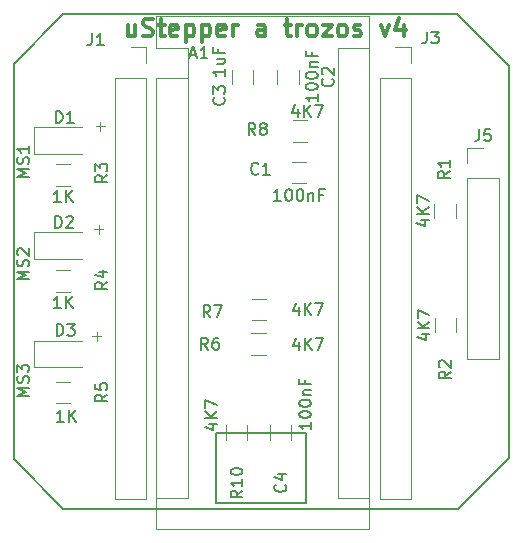
<source format=gbr>
G04 #@! TF.GenerationSoftware,KiCad,Pcbnew,5.0.2-bee76a0~70~ubuntu18.04.1*
G04 #@! TF.CreationDate,2019-01-29T19:41:14+01:00*
G04 #@! TF.ProjectId,ustepper_41_nano,75737465-7070-4657-925f-34315f6e616e,rev?*
G04 #@! TF.SameCoordinates,Original*
G04 #@! TF.FileFunction,Legend,Top*
G04 #@! TF.FilePolarity,Positive*
%FSLAX46Y46*%
G04 Gerber Fmt 4.6, Leading zero omitted, Abs format (unit mm)*
G04 Created by KiCad (PCBNEW 5.0.2-bee76a0~70~ubuntu18.04.1) date mar 29 ene 2019 19:41:14 CET*
%MOMM*%
%LPD*%
G01*
G04 APERTURE LIST*
%ADD10C,0.100000*%
%ADD11C,0.200000*%
%ADD12C,0.300000*%
%ADD13C,0.120000*%
%ADD14C,0.150000*%
G04 APERTURE END LIST*
D10*
X128056247Y-75586528D02*
X128818152Y-75586528D01*
X128437200Y-75967480D02*
X128437200Y-75205576D01*
X128208647Y-66531428D02*
X128970552Y-66531428D01*
X128589600Y-66912380D02*
X128589600Y-66150476D01*
X128348347Y-57806528D02*
X129110252Y-57806528D01*
X128729300Y-58187480D02*
X128729300Y-57425576D01*
D11*
X138546400Y-83752320D02*
X146115600Y-83752320D01*
X146115600Y-89746720D02*
X138546400Y-89746720D01*
X146115600Y-83752320D02*
X146115600Y-89746720D01*
X138546400Y-89746720D02*
X138546400Y-83752320D01*
D12*
X131696451Y-49201851D02*
X131696451Y-50201851D01*
X131053594Y-49201851D02*
X131053594Y-49987565D01*
X131125022Y-50130422D01*
X131267880Y-50201851D01*
X131482165Y-50201851D01*
X131625022Y-50130422D01*
X131696451Y-50058994D01*
X132339308Y-50130422D02*
X132553594Y-50201851D01*
X132910737Y-50201851D01*
X133053594Y-50130422D01*
X133125022Y-50058994D01*
X133196451Y-49916137D01*
X133196451Y-49773280D01*
X133125022Y-49630422D01*
X133053594Y-49558994D01*
X132910737Y-49487565D01*
X132625022Y-49416137D01*
X132482165Y-49344708D01*
X132410737Y-49273280D01*
X132339308Y-49130422D01*
X132339308Y-48987565D01*
X132410737Y-48844708D01*
X132482165Y-48773280D01*
X132625022Y-48701851D01*
X132982165Y-48701851D01*
X133196451Y-48773280D01*
X133625022Y-49201851D02*
X134196451Y-49201851D01*
X133839308Y-48701851D02*
X133839308Y-49987565D01*
X133910737Y-50130422D01*
X134053594Y-50201851D01*
X134196451Y-50201851D01*
X135267880Y-50130422D02*
X135125022Y-50201851D01*
X134839308Y-50201851D01*
X134696451Y-50130422D01*
X134625022Y-49987565D01*
X134625022Y-49416137D01*
X134696451Y-49273280D01*
X134839308Y-49201851D01*
X135125022Y-49201851D01*
X135267880Y-49273280D01*
X135339308Y-49416137D01*
X135339308Y-49558994D01*
X134625022Y-49701851D01*
X135982165Y-49201851D02*
X135982165Y-50701851D01*
X135982165Y-49273280D02*
X136125022Y-49201851D01*
X136410737Y-49201851D01*
X136553594Y-49273280D01*
X136625022Y-49344708D01*
X136696451Y-49487565D01*
X136696451Y-49916137D01*
X136625022Y-50058994D01*
X136553594Y-50130422D01*
X136410737Y-50201851D01*
X136125022Y-50201851D01*
X135982165Y-50130422D01*
X137339308Y-49201851D02*
X137339308Y-50701851D01*
X137339308Y-49273280D02*
X137482165Y-49201851D01*
X137767880Y-49201851D01*
X137910737Y-49273280D01*
X137982165Y-49344708D01*
X138053594Y-49487565D01*
X138053594Y-49916137D01*
X137982165Y-50058994D01*
X137910737Y-50130422D01*
X137767880Y-50201851D01*
X137482165Y-50201851D01*
X137339308Y-50130422D01*
X139267880Y-50130422D02*
X139125022Y-50201851D01*
X138839308Y-50201851D01*
X138696451Y-50130422D01*
X138625022Y-49987565D01*
X138625022Y-49416137D01*
X138696451Y-49273280D01*
X138839308Y-49201851D01*
X139125022Y-49201851D01*
X139267880Y-49273280D01*
X139339308Y-49416137D01*
X139339308Y-49558994D01*
X138625022Y-49701851D01*
X139982165Y-50201851D02*
X139982165Y-49201851D01*
X139982165Y-49487565D02*
X140053594Y-49344708D01*
X140125022Y-49273280D01*
X140267880Y-49201851D01*
X140410737Y-49201851D01*
X142696451Y-50201851D02*
X142696451Y-49416137D01*
X142625022Y-49273280D01*
X142482165Y-49201851D01*
X142196451Y-49201851D01*
X142053594Y-49273280D01*
X142696451Y-50130422D02*
X142553594Y-50201851D01*
X142196451Y-50201851D01*
X142053594Y-50130422D01*
X141982165Y-49987565D01*
X141982165Y-49844708D01*
X142053594Y-49701851D01*
X142196451Y-49630422D01*
X142553594Y-49630422D01*
X142696451Y-49558994D01*
X144339308Y-49201851D02*
X144910737Y-49201851D01*
X144553594Y-48701851D02*
X144553594Y-49987565D01*
X144625022Y-50130422D01*
X144767880Y-50201851D01*
X144910737Y-50201851D01*
X145410737Y-50201851D02*
X145410737Y-49201851D01*
X145410737Y-49487565D02*
X145482165Y-49344708D01*
X145553594Y-49273280D01*
X145696451Y-49201851D01*
X145839308Y-49201851D01*
X146553594Y-50201851D02*
X146410737Y-50130422D01*
X146339308Y-50058994D01*
X146267880Y-49916137D01*
X146267880Y-49487565D01*
X146339308Y-49344708D01*
X146410737Y-49273280D01*
X146553594Y-49201851D01*
X146767880Y-49201851D01*
X146910737Y-49273280D01*
X146982165Y-49344708D01*
X147053594Y-49487565D01*
X147053594Y-49916137D01*
X146982165Y-50058994D01*
X146910737Y-50130422D01*
X146767880Y-50201851D01*
X146553594Y-50201851D01*
X147553594Y-49201851D02*
X148339308Y-49201851D01*
X147553594Y-50201851D01*
X148339308Y-50201851D01*
X149125022Y-50201851D02*
X148982165Y-50130422D01*
X148910737Y-50058994D01*
X148839308Y-49916137D01*
X148839308Y-49487565D01*
X148910737Y-49344708D01*
X148982165Y-49273280D01*
X149125022Y-49201851D01*
X149339308Y-49201851D01*
X149482165Y-49273280D01*
X149553594Y-49344708D01*
X149625022Y-49487565D01*
X149625022Y-49916137D01*
X149553594Y-50058994D01*
X149482165Y-50130422D01*
X149339308Y-50201851D01*
X149125022Y-50201851D01*
X150196451Y-50130422D02*
X150339308Y-50201851D01*
X150625022Y-50201851D01*
X150767880Y-50130422D01*
X150839308Y-49987565D01*
X150839308Y-49916137D01*
X150767880Y-49773280D01*
X150625022Y-49701851D01*
X150410737Y-49701851D01*
X150267880Y-49630422D01*
X150196451Y-49487565D01*
X150196451Y-49416137D01*
X150267880Y-49273280D01*
X150410737Y-49201851D01*
X150625022Y-49201851D01*
X150767880Y-49273280D01*
X152482165Y-49201851D02*
X152839308Y-50201851D01*
X153196451Y-49201851D01*
X154410737Y-49201851D02*
X154410737Y-50201851D01*
X154053594Y-48630422D02*
X153696451Y-49701851D01*
X154625022Y-49701851D01*
D11*
X121400000Y-86000000D02*
X121400000Y-52500000D01*
X125600000Y-90200000D02*
X121400000Y-86000000D01*
X159000000Y-90200000D02*
X125600000Y-90200000D01*
X163300000Y-85900000D02*
X159000000Y-90200000D01*
X163300000Y-52700000D02*
X163300000Y-85900000D01*
X158900000Y-48300000D02*
X163300000Y-52700000D01*
X125600000Y-48300000D02*
X158900000Y-48300000D01*
X121400000Y-52500000D02*
X125600000Y-48300000D01*
D13*
G04 #@! TO.C,A1*
X136148640Y-53711740D02*
X136148640Y-51171740D01*
X136148640Y-51171740D02*
X133478640Y-51171740D01*
X133478640Y-53711740D02*
X133478640Y-91941740D01*
X133478640Y-48501740D02*
X133478640Y-51171740D01*
X148848640Y-51171740D02*
X151518640Y-51171740D01*
X148848640Y-51171740D02*
X148848640Y-89271740D01*
X148848640Y-89271740D02*
X151518640Y-89271740D01*
X136148640Y-53711740D02*
X133478640Y-53711740D01*
X136148640Y-53711740D02*
X136148640Y-89271740D01*
X136148640Y-89271740D02*
X133478640Y-89271740D01*
X133478640Y-91941740D02*
X151518640Y-91941740D01*
X151518640Y-91941740D02*
X151518640Y-48501740D01*
X151518640Y-48501740D02*
X133478640Y-48501740D01*
G04 #@! TO.C,C1*
X146184264Y-62620200D02*
X144980136Y-62620200D01*
X146184264Y-60800200D02*
X144980136Y-60800200D01*
G04 #@! TO.C,C2*
X143714620Y-54217284D02*
X143714620Y-53013156D01*
X145534620Y-54217284D02*
X145534620Y-53013156D01*
G04 #@! TO.C,C3*
X141676360Y-54247764D02*
X141676360Y-53043636D01*
X139856360Y-54247764D02*
X139856360Y-53043636D01*
G04 #@! TO.C,C4*
X144909780Y-84344224D02*
X144909780Y-83140096D01*
X143089780Y-84344224D02*
X143089780Y-83140096D01*
G04 #@! TO.C,D1*
X123142560Y-60168040D02*
X127202560Y-60168040D01*
X123142560Y-57898040D02*
X123142560Y-60168040D01*
X127202560Y-57898040D02*
X123142560Y-57898040D01*
G04 #@! TO.C,D2*
X127202560Y-66767720D02*
X123142560Y-66767720D01*
X123142560Y-66767720D02*
X123142560Y-69037720D01*
X123142560Y-69037720D02*
X127202560Y-69037720D01*
G04 #@! TO.C,D3*
X127202560Y-75965060D02*
X123142560Y-75965060D01*
X123142560Y-75965060D02*
X123142560Y-78235060D01*
X123142560Y-78235060D02*
X127202560Y-78235060D01*
G04 #@! TO.C,J1*
X131315020Y-51114280D02*
X132645020Y-51114280D01*
X132645020Y-51114280D02*
X132645020Y-52444280D01*
X132645020Y-53714280D02*
X132645020Y-89334280D01*
X129985020Y-89334280D02*
X132645020Y-89334280D01*
X129985020Y-53714280D02*
X129985020Y-89334280D01*
X129985020Y-53714280D02*
X132645020Y-53714280D01*
G04 #@! TO.C,J3*
X152390360Y-53724440D02*
X155050360Y-53724440D01*
X152390360Y-53724440D02*
X152390360Y-89344440D01*
X152390360Y-89344440D02*
X155050360Y-89344440D01*
X155050360Y-53724440D02*
X155050360Y-89344440D01*
X155050360Y-51124440D02*
X155050360Y-52454440D01*
X153720360Y-51124440D02*
X155050360Y-51124440D01*
G04 #@! TO.C,J5*
X159824940Y-77513120D02*
X162484940Y-77513120D01*
X159824940Y-62213120D02*
X159824940Y-77513120D01*
X162484940Y-62213120D02*
X162484940Y-77513120D01*
X159824940Y-62213120D02*
X162484940Y-62213120D01*
X159824940Y-60943120D02*
X159824940Y-59613120D01*
X159824940Y-59613120D02*
X161154940Y-59613120D01*
G04 #@! TO.C,R1*
X158828980Y-64379656D02*
X158828980Y-65583784D01*
X157008980Y-64379656D02*
X157008980Y-65583784D01*
G04 #@! TO.C,R2*
X157067400Y-74054516D02*
X157067400Y-75258644D01*
X158887400Y-74054516D02*
X158887400Y-75258644D01*
G04 #@! TO.C,R3*
X125000496Y-61044040D02*
X126204624Y-61044040D01*
X125000496Y-62864040D02*
X126204624Y-62864040D01*
G04 #@! TO.C,R4*
X125000496Y-71845480D02*
X126204624Y-71845480D01*
X125000496Y-70025480D02*
X126204624Y-70025480D01*
G04 #@! TO.C,R5*
X125000496Y-79448880D02*
X126204624Y-79448880D01*
X125000496Y-81268880D02*
X126204624Y-81268880D01*
G04 #@! TO.C,R6*
X141536836Y-77141380D02*
X142740964Y-77141380D01*
X141536836Y-75321380D02*
X142740964Y-75321380D01*
G04 #@! TO.C,R7*
X141581616Y-74253400D02*
X142785744Y-74253400D01*
X141581616Y-72433400D02*
X142785744Y-72433400D01*
G04 #@! TO.C,R8*
X146242684Y-59109920D02*
X145038556Y-59109920D01*
X146242684Y-57289920D02*
X145038556Y-57289920D01*
G04 #@! TO.C,R10*
X139368680Y-83140096D02*
X139368680Y-84344224D01*
X141188680Y-83140096D02*
X141188680Y-84344224D01*
G04 #@! TO.C,A1*
D14*
X136381774Y-51752426D02*
X136857964Y-51752426D01*
X136286536Y-52038140D02*
X136619869Y-51038140D01*
X136953202Y-52038140D01*
X137810345Y-52038140D02*
X137238917Y-52038140D01*
X137524631Y-52038140D02*
X137524631Y-51038140D01*
X137429393Y-51180998D01*
X137334155Y-51276236D01*
X137238917Y-51323855D01*
G04 #@! TO.C,C1*
X142131313Y-61808262D02*
X142083694Y-61855881D01*
X141940837Y-61903500D01*
X141845599Y-61903500D01*
X141702741Y-61855881D01*
X141607503Y-61760643D01*
X141559884Y-61665405D01*
X141512265Y-61474929D01*
X141512265Y-61332072D01*
X141559884Y-61141596D01*
X141607503Y-61046358D01*
X141702741Y-60951120D01*
X141845599Y-60903500D01*
X141940837Y-60903500D01*
X142083694Y-60951120D01*
X142131313Y-60998739D01*
X143083694Y-61903500D02*
X142512265Y-61903500D01*
X142797980Y-61903500D02*
X142797980Y-60903500D01*
X142702741Y-61046358D01*
X142607503Y-61141596D01*
X142512265Y-61189215D01*
X144024420Y-64126000D02*
X143452992Y-64126000D01*
X143738706Y-64126000D02*
X143738706Y-63126000D01*
X143643468Y-63268858D01*
X143548230Y-63364096D01*
X143452992Y-63411715D01*
X144643468Y-63126000D02*
X144738706Y-63126000D01*
X144833944Y-63173620D01*
X144881563Y-63221239D01*
X144929182Y-63316477D01*
X144976801Y-63506953D01*
X144976801Y-63745048D01*
X144929182Y-63935524D01*
X144881563Y-64030762D01*
X144833944Y-64078381D01*
X144738706Y-64126000D01*
X144643468Y-64126000D01*
X144548230Y-64078381D01*
X144500611Y-64030762D01*
X144452992Y-63935524D01*
X144405373Y-63745048D01*
X144405373Y-63506953D01*
X144452992Y-63316477D01*
X144500611Y-63221239D01*
X144548230Y-63173620D01*
X144643468Y-63126000D01*
X145595849Y-63126000D02*
X145691087Y-63126000D01*
X145786325Y-63173620D01*
X145833944Y-63221239D01*
X145881563Y-63316477D01*
X145929182Y-63506953D01*
X145929182Y-63745048D01*
X145881563Y-63935524D01*
X145833944Y-64030762D01*
X145786325Y-64078381D01*
X145691087Y-64126000D01*
X145595849Y-64126000D01*
X145500611Y-64078381D01*
X145452992Y-64030762D01*
X145405373Y-63935524D01*
X145357754Y-63745048D01*
X145357754Y-63506953D01*
X145405373Y-63316477D01*
X145452992Y-63221239D01*
X145500611Y-63173620D01*
X145595849Y-63126000D01*
X146357754Y-63459334D02*
X146357754Y-64126000D01*
X146357754Y-63554572D02*
X146405373Y-63506953D01*
X146500611Y-63459334D01*
X146643468Y-63459334D01*
X146738706Y-63506953D01*
X146786325Y-63602191D01*
X146786325Y-64126000D01*
X147595849Y-63602191D02*
X147262516Y-63602191D01*
X147262516Y-64126000D02*
X147262516Y-63126000D01*
X147738706Y-63126000D01*
G04 #@! TO.C,C2*
X148392982Y-53799666D02*
X148440601Y-53847285D01*
X148488220Y-53990142D01*
X148488220Y-54085380D01*
X148440601Y-54228238D01*
X148345363Y-54323476D01*
X148250125Y-54371095D01*
X148059649Y-54418714D01*
X147916792Y-54418714D01*
X147726316Y-54371095D01*
X147631078Y-54323476D01*
X147535840Y-54228238D01*
X147488220Y-54085380D01*
X147488220Y-53990142D01*
X147535840Y-53847285D01*
X147583459Y-53799666D01*
X147583459Y-53418714D02*
X147535840Y-53371095D01*
X147488220Y-53275857D01*
X147488220Y-53037761D01*
X147535840Y-52942523D01*
X147583459Y-52894904D01*
X147678697Y-52847285D01*
X147773935Y-52847285D01*
X147916792Y-52894904D01*
X148488220Y-53466333D01*
X148488220Y-52847285D01*
X147147100Y-55114579D02*
X147147100Y-55686007D01*
X147147100Y-55400293D02*
X146147100Y-55400293D01*
X146289958Y-55495531D01*
X146385196Y-55590769D01*
X146432815Y-55686007D01*
X146147100Y-54495531D02*
X146147100Y-54400293D01*
X146194720Y-54305055D01*
X146242339Y-54257436D01*
X146337577Y-54209817D01*
X146528053Y-54162198D01*
X146766148Y-54162198D01*
X146956624Y-54209817D01*
X147051862Y-54257436D01*
X147099481Y-54305055D01*
X147147100Y-54400293D01*
X147147100Y-54495531D01*
X147099481Y-54590769D01*
X147051862Y-54638388D01*
X146956624Y-54686007D01*
X146766148Y-54733626D01*
X146528053Y-54733626D01*
X146337577Y-54686007D01*
X146242339Y-54638388D01*
X146194720Y-54590769D01*
X146147100Y-54495531D01*
X146147100Y-53543150D02*
X146147100Y-53447912D01*
X146194720Y-53352674D01*
X146242339Y-53305055D01*
X146337577Y-53257436D01*
X146528053Y-53209817D01*
X146766148Y-53209817D01*
X146956624Y-53257436D01*
X147051862Y-53305055D01*
X147099481Y-53352674D01*
X147147100Y-53447912D01*
X147147100Y-53543150D01*
X147099481Y-53638388D01*
X147051862Y-53686007D01*
X146956624Y-53733626D01*
X146766148Y-53781245D01*
X146528053Y-53781245D01*
X146337577Y-53733626D01*
X146242339Y-53686007D01*
X146194720Y-53638388D01*
X146147100Y-53543150D01*
X146480434Y-52781245D02*
X147147100Y-52781245D01*
X146575672Y-52781245D02*
X146528053Y-52733626D01*
X146480434Y-52638388D01*
X146480434Y-52495531D01*
X146528053Y-52400293D01*
X146623291Y-52352674D01*
X147147100Y-52352674D01*
X146623291Y-51543150D02*
X146623291Y-51876483D01*
X147147100Y-51876483D02*
X146147100Y-51876483D01*
X146147100Y-51400293D01*
G04 #@! TO.C,C3*
X139198182Y-55377006D02*
X139245801Y-55424625D01*
X139293420Y-55567482D01*
X139293420Y-55662720D01*
X139245801Y-55805578D01*
X139150563Y-55900816D01*
X139055325Y-55948435D01*
X138864849Y-55996054D01*
X138721992Y-55996054D01*
X138531516Y-55948435D01*
X138436278Y-55900816D01*
X138341040Y-55805578D01*
X138293420Y-55662720D01*
X138293420Y-55567482D01*
X138341040Y-55424625D01*
X138388659Y-55377006D01*
X138293420Y-55043673D02*
X138293420Y-54424625D01*
X138674373Y-54757959D01*
X138674373Y-54615101D01*
X138721992Y-54519863D01*
X138769611Y-54472244D01*
X138864849Y-54424625D01*
X139102944Y-54424625D01*
X139198182Y-54472244D01*
X139245801Y-54519863D01*
X139293420Y-54615101D01*
X139293420Y-54900816D01*
X139245801Y-54996054D01*
X139198182Y-55043673D01*
X139260400Y-52953158D02*
X139260400Y-53524586D01*
X139260400Y-53238872D02*
X138260400Y-53238872D01*
X138403258Y-53334110D01*
X138498496Y-53429348D01*
X138546115Y-53524586D01*
X138593734Y-52096015D02*
X139260400Y-52096015D01*
X138593734Y-52524586D02*
X139117543Y-52524586D01*
X139212781Y-52476967D01*
X139260400Y-52381729D01*
X139260400Y-52238872D01*
X139212781Y-52143634D01*
X139165162Y-52096015D01*
X138736591Y-51286491D02*
X138736591Y-51619824D01*
X139260400Y-51619824D02*
X138260400Y-51619824D01*
X138260400Y-51143634D01*
G04 #@! TO.C,C4*
X144392482Y-88153166D02*
X144440101Y-88200785D01*
X144487720Y-88343642D01*
X144487720Y-88438880D01*
X144440101Y-88581738D01*
X144344863Y-88676976D01*
X144249625Y-88724595D01*
X144059149Y-88772214D01*
X143916292Y-88772214D01*
X143725816Y-88724595D01*
X143630578Y-88676976D01*
X143535340Y-88581738D01*
X143487720Y-88438880D01*
X143487720Y-88343642D01*
X143535340Y-88200785D01*
X143582959Y-88153166D01*
X143821054Y-87296023D02*
X144487720Y-87296023D01*
X143440101Y-87534119D02*
X144154387Y-87772214D01*
X144154387Y-87153166D01*
X146575600Y-82889479D02*
X146575600Y-83460907D01*
X146575600Y-83175193D02*
X145575600Y-83175193D01*
X145718458Y-83270431D01*
X145813696Y-83365669D01*
X145861315Y-83460907D01*
X145575600Y-82270431D02*
X145575600Y-82175193D01*
X145623220Y-82079955D01*
X145670839Y-82032336D01*
X145766077Y-81984717D01*
X145956553Y-81937098D01*
X146194648Y-81937098D01*
X146385124Y-81984717D01*
X146480362Y-82032336D01*
X146527981Y-82079955D01*
X146575600Y-82175193D01*
X146575600Y-82270431D01*
X146527981Y-82365669D01*
X146480362Y-82413288D01*
X146385124Y-82460907D01*
X146194648Y-82508526D01*
X145956553Y-82508526D01*
X145766077Y-82460907D01*
X145670839Y-82413288D01*
X145623220Y-82365669D01*
X145575600Y-82270431D01*
X145575600Y-81318050D02*
X145575600Y-81222812D01*
X145623220Y-81127574D01*
X145670839Y-81079955D01*
X145766077Y-81032336D01*
X145956553Y-80984717D01*
X146194648Y-80984717D01*
X146385124Y-81032336D01*
X146480362Y-81079955D01*
X146527981Y-81127574D01*
X146575600Y-81222812D01*
X146575600Y-81318050D01*
X146527981Y-81413288D01*
X146480362Y-81460907D01*
X146385124Y-81508526D01*
X146194648Y-81556145D01*
X145956553Y-81556145D01*
X145766077Y-81508526D01*
X145670839Y-81460907D01*
X145623220Y-81413288D01*
X145575600Y-81318050D01*
X145908934Y-80556145D02*
X146575600Y-80556145D01*
X146004172Y-80556145D02*
X145956553Y-80508526D01*
X145908934Y-80413288D01*
X145908934Y-80270431D01*
X145956553Y-80175193D01*
X146051791Y-80127574D01*
X146575600Y-80127574D01*
X146051791Y-79318050D02*
X146051791Y-79651383D01*
X146575600Y-79651383D02*
X145575600Y-79651383D01*
X145575600Y-79175193D01*
G04 #@! TO.C,D1*
X124968604Y-57527080D02*
X124968604Y-56527080D01*
X125206700Y-56527080D01*
X125349557Y-56574700D01*
X125444795Y-56669938D01*
X125492414Y-56765176D01*
X125540033Y-56955652D01*
X125540033Y-57098509D01*
X125492414Y-57288985D01*
X125444795Y-57384223D01*
X125349557Y-57479461D01*
X125206700Y-57527080D01*
X124968604Y-57527080D01*
X126492414Y-57527080D02*
X125920985Y-57527080D01*
X126206700Y-57527080D02*
X126206700Y-56527080D01*
X126111461Y-56669938D01*
X126016223Y-56765176D01*
X125920985Y-56812795D01*
X122697060Y-62089134D02*
X121697060Y-62089134D01*
X122411346Y-61755800D01*
X121697060Y-61422467D01*
X122697060Y-61422467D01*
X122649441Y-60993896D02*
X122697060Y-60851039D01*
X122697060Y-60612943D01*
X122649441Y-60517705D01*
X122601822Y-60470086D01*
X122506584Y-60422467D01*
X122411346Y-60422467D01*
X122316108Y-60470086D01*
X122268489Y-60517705D01*
X122220870Y-60612943D01*
X122173251Y-60803420D01*
X122125632Y-60898658D01*
X122078013Y-60946277D01*
X121982775Y-60993896D01*
X121887537Y-60993896D01*
X121792299Y-60946277D01*
X121744680Y-60898658D01*
X121697060Y-60803420D01*
X121697060Y-60565324D01*
X121744680Y-60422467D01*
X122697060Y-59470086D02*
X122697060Y-60041515D01*
X122697060Y-59755800D02*
X121697060Y-59755800D01*
X121839918Y-59851039D01*
X121935156Y-59946277D01*
X121982775Y-60041515D01*
G04 #@! TO.C,D2*
X124905104Y-66417080D02*
X124905104Y-65417080D01*
X125143200Y-65417080D01*
X125286057Y-65464700D01*
X125381295Y-65559938D01*
X125428914Y-65655176D01*
X125476533Y-65845652D01*
X125476533Y-65988509D01*
X125428914Y-66178985D01*
X125381295Y-66274223D01*
X125286057Y-66369461D01*
X125143200Y-66417080D01*
X124905104Y-66417080D01*
X125857485Y-65512319D02*
X125905104Y-65464700D01*
X126000342Y-65417080D01*
X126238438Y-65417080D01*
X126333676Y-65464700D01*
X126381295Y-65512319D01*
X126428914Y-65607557D01*
X126428914Y-65702795D01*
X126381295Y-65845652D01*
X125809866Y-66417080D01*
X126428914Y-66417080D01*
X122697060Y-70778474D02*
X121697060Y-70778474D01*
X122411346Y-70445140D01*
X121697060Y-70111807D01*
X122697060Y-70111807D01*
X122649441Y-69683236D02*
X122697060Y-69540379D01*
X122697060Y-69302283D01*
X122649441Y-69207045D01*
X122601822Y-69159426D01*
X122506584Y-69111807D01*
X122411346Y-69111807D01*
X122316108Y-69159426D01*
X122268489Y-69207045D01*
X122220870Y-69302283D01*
X122173251Y-69492760D01*
X122125632Y-69587998D01*
X122078013Y-69635617D01*
X121982775Y-69683236D01*
X121887537Y-69683236D01*
X121792299Y-69635617D01*
X121744680Y-69587998D01*
X121697060Y-69492760D01*
X121697060Y-69254664D01*
X121744680Y-69111807D01*
X121792299Y-68730855D02*
X121744680Y-68683236D01*
X121697060Y-68587998D01*
X121697060Y-68349902D01*
X121744680Y-68254664D01*
X121792299Y-68207045D01*
X121887537Y-68159426D01*
X121982775Y-68159426D01*
X122125632Y-68207045D01*
X122697060Y-68778474D01*
X122697060Y-68159426D01*
G04 #@! TO.C,D3*
X125032104Y-75548380D02*
X125032104Y-74548380D01*
X125270200Y-74548380D01*
X125413057Y-74596000D01*
X125508295Y-74691238D01*
X125555914Y-74786476D01*
X125603533Y-74976952D01*
X125603533Y-75119809D01*
X125555914Y-75310285D01*
X125508295Y-75405523D01*
X125413057Y-75500761D01*
X125270200Y-75548380D01*
X125032104Y-75548380D01*
X125936866Y-74548380D02*
X126555914Y-74548380D01*
X126222580Y-74929333D01*
X126365438Y-74929333D01*
X126460676Y-74976952D01*
X126508295Y-75024571D01*
X126555914Y-75119809D01*
X126555914Y-75357904D01*
X126508295Y-75453142D01*
X126460676Y-75500761D01*
X126365438Y-75548380D01*
X126079723Y-75548380D01*
X125984485Y-75500761D01*
X125936866Y-75453142D01*
X122697060Y-80618434D02*
X121697060Y-80618434D01*
X122411346Y-80285100D01*
X121697060Y-79951767D01*
X122697060Y-79951767D01*
X122649441Y-79523196D02*
X122697060Y-79380339D01*
X122697060Y-79142243D01*
X122649441Y-79047005D01*
X122601822Y-78999386D01*
X122506584Y-78951767D01*
X122411346Y-78951767D01*
X122316108Y-78999386D01*
X122268489Y-79047005D01*
X122220870Y-79142243D01*
X122173251Y-79332720D01*
X122125632Y-79427958D01*
X122078013Y-79475577D01*
X121982775Y-79523196D01*
X121887537Y-79523196D01*
X121792299Y-79475577D01*
X121744680Y-79427958D01*
X121697060Y-79332720D01*
X121697060Y-79094624D01*
X121744680Y-78951767D01*
X121697060Y-78618434D02*
X121697060Y-77999386D01*
X122078013Y-78332720D01*
X122078013Y-78189862D01*
X122125632Y-78094624D01*
X122173251Y-78047005D01*
X122268489Y-77999386D01*
X122506584Y-77999386D01*
X122601822Y-78047005D01*
X122649441Y-78094624D01*
X122697060Y-78189862D01*
X122697060Y-78475577D01*
X122649441Y-78570815D01*
X122601822Y-78618434D01*
G04 #@! TO.C,J1*
X128017506Y-49953560D02*
X128017506Y-50667846D01*
X127969887Y-50810703D01*
X127874649Y-50905941D01*
X127731792Y-50953560D01*
X127636554Y-50953560D01*
X129017506Y-50953560D02*
X128446078Y-50953560D01*
X128731792Y-50953560D02*
X128731792Y-49953560D01*
X128636554Y-50096418D01*
X128541316Y-50191656D01*
X128446078Y-50239275D01*
G04 #@! TO.C,J3*
X156374066Y-49806240D02*
X156374066Y-50520526D01*
X156326447Y-50663383D01*
X156231209Y-50758621D01*
X156088352Y-50806240D01*
X155993114Y-50806240D01*
X156755019Y-49806240D02*
X157374066Y-49806240D01*
X157040733Y-50187193D01*
X157183590Y-50187193D01*
X157278828Y-50234812D01*
X157326447Y-50282431D01*
X157374066Y-50377669D01*
X157374066Y-50615764D01*
X157326447Y-50711002D01*
X157278828Y-50758621D01*
X157183590Y-50806240D01*
X156897876Y-50806240D01*
X156802638Y-50758621D01*
X156755019Y-50711002D01*
G04 #@! TO.C,J5*
X160821606Y-58065500D02*
X160821606Y-58779786D01*
X160773987Y-58922643D01*
X160678749Y-59017881D01*
X160535892Y-59065500D01*
X160440654Y-59065500D01*
X161773987Y-58065500D02*
X161297797Y-58065500D01*
X161250178Y-58541691D01*
X161297797Y-58494072D01*
X161393035Y-58446453D01*
X161631130Y-58446453D01*
X161726368Y-58494072D01*
X161773987Y-58541691D01*
X161821606Y-58636929D01*
X161821606Y-58875024D01*
X161773987Y-58970262D01*
X161726368Y-59017881D01*
X161631130Y-59065500D01*
X161393035Y-59065500D01*
X161297797Y-59017881D01*
X161250178Y-58970262D01*
G04 #@! TO.C,R1*
X158307860Y-61620326D02*
X157831670Y-61953660D01*
X158307860Y-62191755D02*
X157307860Y-62191755D01*
X157307860Y-61810802D01*
X157355480Y-61715564D01*
X157403099Y-61667945D01*
X157498337Y-61620326D01*
X157641194Y-61620326D01*
X157736432Y-61667945D01*
X157784051Y-61715564D01*
X157831670Y-61810802D01*
X157831670Y-62191755D01*
X158307860Y-60667945D02*
X158307860Y-61239374D01*
X158307860Y-60953660D02*
X157307860Y-60953660D01*
X157450718Y-61048898D01*
X157545956Y-61144136D01*
X157593575Y-61239374D01*
X155884694Y-65767434D02*
X156551360Y-65767434D01*
X155503741Y-66005529D02*
X156218027Y-66243624D01*
X156218027Y-65624577D01*
X156551360Y-65243624D02*
X155551360Y-65243624D01*
X156551360Y-64672196D02*
X155979932Y-65100767D01*
X155551360Y-64672196D02*
X156122789Y-65243624D01*
X155551360Y-64338862D02*
X155551360Y-63672196D01*
X156551360Y-64100767D01*
G04 #@! TO.C,R2*
X158409460Y-78590066D02*
X157933270Y-78923400D01*
X158409460Y-79161495D02*
X157409460Y-79161495D01*
X157409460Y-78780542D01*
X157457080Y-78685304D01*
X157504699Y-78637685D01*
X157599937Y-78590066D01*
X157742794Y-78590066D01*
X157838032Y-78637685D01*
X157885651Y-78685304D01*
X157933270Y-78780542D01*
X157933270Y-79161495D01*
X157504699Y-78209114D02*
X157457080Y-78161495D01*
X157409460Y-78066257D01*
X157409460Y-77828161D01*
X157457080Y-77732923D01*
X157504699Y-77685304D01*
X157599937Y-77637685D01*
X157695175Y-77637685D01*
X157838032Y-77685304D01*
X158409460Y-78256733D01*
X158409460Y-77637685D01*
X155943114Y-75442294D02*
X156609780Y-75442294D01*
X155562161Y-75680389D02*
X156276447Y-75918484D01*
X156276447Y-75299437D01*
X156609780Y-74918484D02*
X155609780Y-74918484D01*
X156609780Y-74347056D02*
X156038352Y-74775627D01*
X155609780Y-74347056D02*
X156181209Y-74918484D01*
X155609780Y-74013722D02*
X155609780Y-73347056D01*
X156609780Y-73775627D01*
G04 #@! TO.C,R3*
X129318840Y-61940366D02*
X128842650Y-62273700D01*
X129318840Y-62511795D02*
X128318840Y-62511795D01*
X128318840Y-62130842D01*
X128366460Y-62035604D01*
X128414079Y-61987985D01*
X128509317Y-61940366D01*
X128652174Y-61940366D01*
X128747412Y-61987985D01*
X128795031Y-62035604D01*
X128842650Y-62130842D01*
X128842650Y-62511795D01*
X128318840Y-61607033D02*
X128318840Y-60987985D01*
X128699793Y-61321319D01*
X128699793Y-61178461D01*
X128747412Y-61083223D01*
X128795031Y-61035604D01*
X128890269Y-60987985D01*
X129128364Y-60987985D01*
X129223602Y-61035604D01*
X129271221Y-61083223D01*
X129318840Y-61178461D01*
X129318840Y-61464176D01*
X129271221Y-61559414D01*
X129223602Y-61607033D01*
X125388274Y-64226420D02*
X124816845Y-64226420D01*
X125102560Y-64226420D02*
X125102560Y-63226420D01*
X125007321Y-63369278D01*
X124912083Y-63464516D01*
X124816845Y-63512135D01*
X125816845Y-64226420D02*
X125816845Y-63226420D01*
X126388274Y-64226420D02*
X125959702Y-63654992D01*
X126388274Y-63226420D02*
X125816845Y-63797849D01*
G04 #@! TO.C,R4*
X129318840Y-70995466D02*
X128842650Y-71328800D01*
X129318840Y-71566895D02*
X128318840Y-71566895D01*
X128318840Y-71185942D01*
X128366460Y-71090704D01*
X128414079Y-71043085D01*
X128509317Y-70995466D01*
X128652174Y-70995466D01*
X128747412Y-71043085D01*
X128795031Y-71090704D01*
X128842650Y-71185942D01*
X128842650Y-71566895D01*
X128652174Y-70138323D02*
X129318840Y-70138323D01*
X128271221Y-70376419D02*
X128985507Y-70614514D01*
X128985507Y-69995466D01*
X125388274Y-73207860D02*
X124816845Y-73207860D01*
X125102560Y-73207860D02*
X125102560Y-72207860D01*
X125007321Y-72350718D01*
X124912083Y-72445956D01*
X124816845Y-72493575D01*
X125816845Y-73207860D02*
X125816845Y-72207860D01*
X126388274Y-73207860D02*
X125959702Y-72636432D01*
X126388274Y-72207860D02*
X125816845Y-72779289D01*
G04 #@! TO.C,R5*
X129318840Y-80525546D02*
X128842650Y-80858880D01*
X129318840Y-81096975D02*
X128318840Y-81096975D01*
X128318840Y-80716022D01*
X128366460Y-80620784D01*
X128414079Y-80573165D01*
X128509317Y-80525546D01*
X128652174Y-80525546D01*
X128747412Y-80573165D01*
X128795031Y-80620784D01*
X128842650Y-80716022D01*
X128842650Y-81096975D01*
X128318840Y-79620784D02*
X128318840Y-80096975D01*
X128795031Y-80144594D01*
X128747412Y-80096975D01*
X128699793Y-80001737D01*
X128699793Y-79763641D01*
X128747412Y-79668403D01*
X128795031Y-79620784D01*
X128890269Y-79573165D01*
X129128364Y-79573165D01*
X129223602Y-79620784D01*
X129271221Y-79668403D01*
X129318840Y-79763641D01*
X129318840Y-80001737D01*
X129271221Y-80096975D01*
X129223602Y-80144594D01*
X125649174Y-82828020D02*
X125077745Y-82828020D01*
X125363460Y-82828020D02*
X125363460Y-81828020D01*
X125268221Y-81970878D01*
X125172983Y-82066116D01*
X125077745Y-82113735D01*
X126077745Y-82828020D02*
X126077745Y-81828020D01*
X126649174Y-82828020D02*
X126220602Y-82256592D01*
X126649174Y-81828020D02*
X126077745Y-82399449D01*
G04 #@! TO.C,R6*
X137851413Y-76721860D02*
X137518080Y-76245670D01*
X137279984Y-76721860D02*
X137279984Y-75721860D01*
X137660937Y-75721860D01*
X137756175Y-75769480D01*
X137803794Y-75817099D01*
X137851413Y-75912337D01*
X137851413Y-76055194D01*
X137803794Y-76150432D01*
X137756175Y-76198051D01*
X137660937Y-76245670D01*
X137279984Y-76245670D01*
X138708556Y-75721860D02*
X138518080Y-75721860D01*
X138422841Y-75769480D01*
X138375222Y-75817099D01*
X138279984Y-75959956D01*
X138232365Y-76150432D01*
X138232365Y-76531384D01*
X138279984Y-76626622D01*
X138327603Y-76674241D01*
X138422841Y-76721860D01*
X138613318Y-76721860D01*
X138708556Y-76674241D01*
X138756175Y-76626622D01*
X138803794Y-76531384D01*
X138803794Y-76293289D01*
X138756175Y-76198051D01*
X138708556Y-76150432D01*
X138613318Y-76102813D01*
X138422841Y-76102813D01*
X138327603Y-76150432D01*
X138279984Y-76198051D01*
X138232365Y-76293289D01*
X145535625Y-76116154D02*
X145535625Y-76782820D01*
X145297530Y-75735201D02*
X145059435Y-76449487D01*
X145678482Y-76449487D01*
X146059435Y-76782820D02*
X146059435Y-75782820D01*
X146630863Y-76782820D02*
X146202292Y-76211392D01*
X146630863Y-75782820D02*
X146059435Y-76354249D01*
X146964197Y-75782820D02*
X147630863Y-75782820D01*
X147202292Y-76782820D01*
G04 #@! TO.C,R7*
X138059693Y-73973580D02*
X137726360Y-73497390D01*
X137488264Y-73973580D02*
X137488264Y-72973580D01*
X137869217Y-72973580D01*
X137964455Y-73021200D01*
X138012074Y-73068819D01*
X138059693Y-73164057D01*
X138059693Y-73306914D01*
X138012074Y-73402152D01*
X137964455Y-73449771D01*
X137869217Y-73497390D01*
X137488264Y-73497390D01*
X138393026Y-72973580D02*
X139059693Y-72973580D01*
X138631121Y-73973580D01*
X145520385Y-73121494D02*
X145520385Y-73788160D01*
X145282290Y-72740541D02*
X145044195Y-73454827D01*
X145663242Y-73454827D01*
X146044195Y-73788160D02*
X146044195Y-72788160D01*
X146615623Y-73788160D02*
X146187052Y-73216732D01*
X146615623Y-72788160D02*
X146044195Y-73359589D01*
X146948957Y-72788160D02*
X147615623Y-72788160D01*
X147187052Y-73788160D01*
G04 #@! TO.C,R8*
X141862073Y-58548160D02*
X141528740Y-58071970D01*
X141290644Y-58548160D02*
X141290644Y-57548160D01*
X141671597Y-57548160D01*
X141766835Y-57595780D01*
X141814454Y-57643399D01*
X141862073Y-57738637D01*
X141862073Y-57881494D01*
X141814454Y-57976732D01*
X141766835Y-58024351D01*
X141671597Y-58071970D01*
X141290644Y-58071970D01*
X142433501Y-57976732D02*
X142338263Y-57929113D01*
X142290644Y-57881494D01*
X142243025Y-57786256D01*
X142243025Y-57738637D01*
X142290644Y-57643399D01*
X142338263Y-57595780D01*
X142433501Y-57548160D01*
X142623978Y-57548160D01*
X142719216Y-57595780D01*
X142766835Y-57643399D01*
X142814454Y-57738637D01*
X142814454Y-57786256D01*
X142766835Y-57881494D01*
X142719216Y-57929113D01*
X142623978Y-57976732D01*
X142433501Y-57976732D01*
X142338263Y-58024351D01*
X142290644Y-58071970D01*
X142243025Y-58167208D01*
X142243025Y-58357684D01*
X142290644Y-58452922D01*
X142338263Y-58500541D01*
X142433501Y-58548160D01*
X142623978Y-58548160D01*
X142719216Y-58500541D01*
X142766835Y-58452922D01*
X142814454Y-58357684D01*
X142814454Y-58167208D01*
X142766835Y-58071970D01*
X142719216Y-58024351D01*
X142623978Y-57976732D01*
X145472125Y-56339714D02*
X145472125Y-57006380D01*
X145234030Y-55958761D02*
X144995935Y-56673047D01*
X145614982Y-56673047D01*
X145995935Y-57006380D02*
X145995935Y-56006380D01*
X146567363Y-57006380D02*
X146138792Y-56434952D01*
X146567363Y-56006380D02*
X145995935Y-56577809D01*
X146900697Y-56006380D02*
X147567363Y-56006380D01*
X147138792Y-57006380D01*
G04 #@! TO.C,R10*
X140764080Y-88662377D02*
X140287890Y-88995710D01*
X140764080Y-89233805D02*
X139764080Y-89233805D01*
X139764080Y-88852853D01*
X139811700Y-88757615D01*
X139859319Y-88709996D01*
X139954557Y-88662377D01*
X140097414Y-88662377D01*
X140192652Y-88709996D01*
X140240271Y-88757615D01*
X140287890Y-88852853D01*
X140287890Y-89233805D01*
X140764080Y-87709996D02*
X140764080Y-88281424D01*
X140764080Y-87995710D02*
X139764080Y-87995710D01*
X139906938Y-88090948D01*
X140002176Y-88186186D01*
X140049795Y-88281424D01*
X139764080Y-87090948D02*
X139764080Y-86995710D01*
X139811700Y-86900472D01*
X139859319Y-86852853D01*
X139954557Y-86805234D01*
X140145033Y-86757615D01*
X140383128Y-86757615D01*
X140573604Y-86805234D01*
X140668842Y-86852853D01*
X140716461Y-86900472D01*
X140764080Y-86995710D01*
X140764080Y-87090948D01*
X140716461Y-87186186D01*
X140668842Y-87233805D01*
X140573604Y-87281424D01*
X140383128Y-87329043D01*
X140145033Y-87329043D01*
X139954557Y-87281424D01*
X139859319Y-87233805D01*
X139811700Y-87186186D01*
X139764080Y-87090948D01*
X137979054Y-83057214D02*
X138645720Y-83057214D01*
X137598101Y-83295309D02*
X138312387Y-83533404D01*
X138312387Y-82914357D01*
X138645720Y-82533404D02*
X137645720Y-82533404D01*
X138645720Y-81961976D02*
X138074292Y-82390547D01*
X137645720Y-81961976D02*
X138217149Y-82533404D01*
X137645720Y-81628642D02*
X137645720Y-80961976D01*
X138645720Y-81390547D01*
G04 #@! TD*
M02*

</source>
